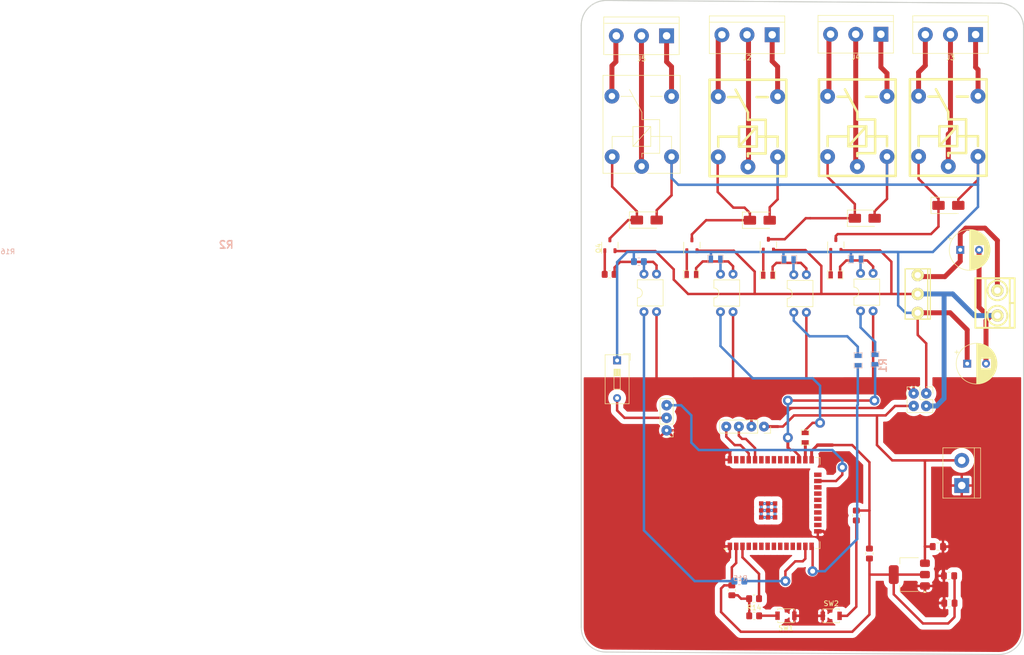
<source format=kicad_pcb>
(kicad_pcb (version 20240108) (generator "pcbnew") (generator_version "8.0")
  (layers (0 "F.Cu" signal) (31 "B.Cu" signal) (34 "B.Paste" user) (35 "F.Paste" user) (36 "B.SilkS" user "B.Silkscreen") (37 "F.SilkS" user "F.Silkscreen") (38 "B.Mask" user) (39 "F.Mask" user) (44 "Edge.Cuts" user))
  (net 0 "")
  (net 1 "Net-(D1-A)")
  (net 2 "Net-(D2-A)")
  (net 3 "Net-(D3-A)")
  (net 4 "Net-(R1-Pad2)")
  (net 5 "Net-(R2-Pad1)")
  (net 6 "Net-(R3-Pad1)")
  (net 7 "Net-(R4-Pad2)")
  (net 8 "Net-(R6-Pad1)")
  (net 9 "Net-(R5-Pad1)")
  (net 10 "Net-(R9-Pad1)")
  (net 11 "Net-(R8-Pad1)")
  (net 12 "Net-(R7-Pad2)")
  (net 13 "/R3")
  (net 14 "/R2")
  (net 15 "/R1")
  (net 16 "/NO1")
  (net 17 "Net-(Q1-B)")
  (net 18 "Net-(Q2-B)")
  (net 19 "Net-(Q3-B)")
  (net 20 "/NC1")
  (net 21 "/C1")
  (net 22 "/NC2")
  (net 23 "/NO2")
  (net 24 "/C2")
  (net 25 "/NC3")
  (net 26 "/C3")
  (net 27 "/NO3")
  (net 28 "/5V")
  (net 29 "/VIN")
  (net 30 "/3.3V")
  (net 31 "/RX")
  (net 32 "/TX")
  (net 33 "/SWITCH")
  (net 34 "Net-(R13-Pad2)")
  (net 35 "/FLASH")
  (net 38 "/EN")
  (net 43 "GND")
  (net 45 "Net-(D4-A)")
  (net 48 "/R4")
  (net 50 "/s")
  (net 64 "Net-(R14-Pad2)")
  (net 65 "/GNDE")
  (net 66 "/5VES")
  (net 69 "Net-(R15-Pad2)")
  (net 70 "Net-(R16-Pad1)")
  (net 71 "Net-(R17-Pad1)")
  (net 72 "Net-(Q4-B)")
  (net 73 "/NO4")
  (net 74 "/NC4")
  (net 75 "/C4")
  (net 76 "Net-(J7-Pin_2)")
  (footprint "Resistor_SMD:R_0805_2012Metric_Pad1.20x1.40mm_HandSolder" (layer "F.Cu") (at 89.3292 131.2362 -90)
    (property "Reference" "R13" (hide yes))
    (property "Value" "470" (hide yes))
  )
  (footprint "TerminalBlock:TerminalBlock_bornier-3_P5.08mm" (layer "F.Cu") (at 51 34.25 180)
    (property "Reference" "J5")
    (property "Value" "Screw_Terminal_01x03")
  )
  (footprint "EESTN5:R_0805" (layer "F.Cu") (at 56.01 82.51 180)
    (property "Reference" "R9" (hide yes))
    (property "Value" "R" (hide yes))
  )
  (footprint "Package_DIP:DIP-4_W7.62mm" (layer "F.Cu") (at 46.425 90.04 90)
    (property "Reference" "U6" (hide yes))
    (property "Value" "PC817" (hide yes))
  )
  (footprint "Package_DIP:DIP-4_W7.62mm" (layer "F.Cu") (at 90.185 89.89 90)
    (property "Reference" "U1" (hide yes))
    (property "Value" "PC817" (hide yes))
  )
  (footprint "RF_Module:ESP32-WROOM-32E" (layer "F.Cu") (at 69.0492 128.7162 90)
    (property "Reference" "U4" (hide yes))
    (property "Value" "ESP32-WROOM-32E__4MB_" (hide yes))
  )
  (footprint "TerminalBlock:TerminalBlock_bornier-3_P5.08mm" (layer "F.Cu") (at 94.2892 33.9362 180)
    (property "Reference" "J4")
    (property "Value" "Screw_Terminal_01x03")
  )
  (footprint "EESTN5:R_0805" (layer "F.Cu") (at 79 115.5 90)
    (property "Reference" "R7" (hide yes))
    (property "Value" "1k" (hide yes))
  )
  (footprint "TerminalBlock:TerminalBlock_bornier-2_P5.08mm" (layer "F.Cu") (at 110.6292 125.1762 90)
    (property "Reference" "bornera2" (hide yes))
    (property "Value" "bornera" (hide yes))
  )
  (footprint "Capacitor_THT:CP_Radial_D8.0mm_P3.80mm" (layer "F.Cu") (at 111.7292 100.5362)
    (property "Reference" "C6" (hide yes))
    (property "Value" "100uf" (hide yes))
  )
  (footprint "Capacitor_THT:CP_Radial_D8.0mm_P3.80mm" (layer "F.Cu") (at 110.326549 77.5362)
    (property "Reference" "C5" (hide yes))
    (property "Value" "100uf" (hide yes))
  )
  (footprint "EESTN5:BORNERA2_AZUL" (layer "F.Cu") (at 117.8292 88.2762 90)
    (property "Reference" "bornera1" (hide yes))
    (property "Value" "bornera" (hide yes))
  )
  (footprint "Button_Switch_THT:SW_DIP_SPSTx01_Slide_9.78x4.72mm_W7.62mm_P2.54mm" (layer "F.Cu") (at 41 99.88 -90)
    (property "Reference" "SW3" (hide yes))
    (property "Value" "SW_SPST")
  )
  (footprint "Diode_SMD:D_SMA" (layer "F.Cu") (at 91.0292 71.1362)
    (property "Reference" "D2" (hide yes))
    (property "Value" "DIODE" (hide yes))
  )
  (footprint "Resistor_SMD:R_0805_2012Metric_Pad1.20x1.40mm_HandSolder" (layer "F.Cu") (at 91.9792 138.9262 90)
    (property "Reference" "R11" (hide yes))
    (property "Value" "10K" (hide yes))
  )
  (footprint "Diode_SMD:D_SMA" (layer "F.Cu") (at 107.9292 68.5362)
    (property "Reference" "D1" (hide yes))
    (property "Value" "DIODE" (hide yes))
  )
  (footprint "Button_Switch_SMD:SW_SPST_B3U-1000P-B" (layer "F.Cu") (at 84.2492 151.5262)
    (property "Reference" "SW2")
    (property "Value" "SW_Push")
  )
  (footprint "MMBT3904-Diotec-Semiconductor-Symbol-Kicad-1:P200_SOT-23" (layer "F.Cu") (at 70.53 77.58 90)
    (property "Reference" "Q2" (hide yes))
    (property "Value" "2N3904" (hide yes))
  )
  (footprint "MMBT3904-Diotec-Semiconductor-Symbol-Kicad-1:P200_SOT-23" (layer "F.Cu") (at 38.51 77.7 90)
    (property "Reference" "Q4")
    (property "Value" "2N3904" (hide yes))
  )
  (footprint "EESTN5:Relay_C" (layer "F.Cu") (at 107.9092 52.5462 180)
    (property "Reference" "K1" (hide yes))
    (property "Value" "RELAY_C" (hide yes))
  )
  (footprint "Resistor_SMD:R_0805_2012Metric_Pad1.20x1.40mm_HandSolder" (layer "F.Cu") (at 39.49 82.48 180)
    (property "Reference" "R17" (hide yes))
    (property "Value" "R" (hide yes))
  )
  (footprint "Capacitor_SMD:C_0805_2012Metric_Pad1.18x1.45mm_HandSolder" (layer "F.Cu") (at 105.7992 137.5262)
    (property "Reference" "C2" (hide yes))
    (property "Value" "10 uF" (hide yes))
  )
  (footprint "Package_DIP:DIP-4_W7.62mm" (layer "F.Cu") (at 61.885 90.06 90)
    (property "Reference" "U3" (hide yes))
    (property "Value" "PC817" (hide yes))
  )
  (footprint "MMBT3904-Diotec-Semiconductor-Symbol-Kicad-1:P200_SOT-23" (layer "F.Cu") (at 84.16 77.64 90)
    (property "Reference" "Q3" (hide yes))
    (property "Value" "2N3904" (hide yes))
  )
  (footprint "Relay_THT:Relay_SPDT_SANYOU_SRD_Series_Form_C" (layer "F.Cu") (at 45.95 60.65 90)
    (property "Reference" "K4" (hide yes))
    (property "Value" "RELAY_C")
  )
  (footprint "Diode_SMD:D_SMA" (layer "F.Cu") (at 47 71.5)
    (property "Reference" "D4" (hide yes))
    (property "Value" "DIODE" (hide yes))
  )
  (footprint "EESTN5:Relay_C" (layer "F.Cu") (at 67.4292 52.6362 180)
    (property "Reference" "K3" (hide yes))
    (property "Value" "RELAY_C" (hide yes))
  )
  (footprint "TerminalBlock:TerminalBlock_bornier-3_P5.08mm" (layer "F.Cu") (at 72.3292 34.0362 180)
    (property "Reference" "J2")
    (property "Value" "Screw_Terminal_01x03")
  )
  (footprint "MMBT3904-Diotec-Semiconductor-Symbol-Kicad-1:P200_SOT-23" (layer "F.Cu") (at 55.08 77.71 90)
    (property "Reference" "Q1" (hide yes))
    (property "Value" "2N3904" (hide yes))
  )
  (footprint "Capacitor_SMD:C_0805_2012Metric_Pad1.18x1.45mm_HandSolder" (layer "F.Cu") (at 108.1392 148.9637)
    (property "Reference" "C3" (hide yes))
    (property "Value" "100 nF")
  )
  (footprint "Resistor_SMD:R_0805_2012Metric_Pad1.20x1.40mm_HandSolder" (layer "F.Cu") (at 68.6892 151.5262)
    (property "Reference" "R14")
    (property "Value" "470")
  )
  (footprint "EESTN5:TO-220-2" (layer "F.Cu") (at 101.7292 86.4462 -90)
    (property "Reference" "5v1" (hide yes))
    (property "Value" "LM7805_TO220" (hide yes))
  )
  (footprint "Connector_PinHeader_2.54mm:PinHeader_2x02_P2.54mm_Vertical" (layer "F.Cu") (at 103.4542 106.553 -90)
    (property "Reference" "J1" (hide yes))
    (property "Value" "Conn_02x02_Counter_Clockwise" (hide yes))
  )
  (footprint "Resistor_SMD:R_0805_2012Metric_Pad1.20x1.40mm_HandSolder" (layer "F.Cu") (at 68.6692 148.0562)
    (property "Reference" "R12" (hide yes))
    (property "Value" "10K")
  )
  (footprint "EESTN5:R_0805" (layer "F.Cu") (at 85.1 82.6 180)
    (property "Reference" "R3" (hide yes))
    (property "Value" "R" (hide yes))
  )
  (footprint "EESTN5:R_0805" (layer "F.Cu") (at 71.47 82.66 180)
    (property "Reference" "R6" (hide yes))
    (property "Value" "R" (hide yes))
  )
  (footprint "Button_Switch_SMD:SW_SPST_B3U-1000P-B" (layer "F.Cu") (at 75.1092 151.4962 180)
    (property "Reference" "SW1")
    (property "Value" "SW_Push")
  )
  (footprint "Capacitor_SMD:C_0805_2012Metric_Pad1.18x1.45mm_HandSolder" (layer "F.Cu") (at 108.0667 143.4337 180)
    (property "Reference" "C4" (hide yes))
    (property "Value" "10 uF" (hide yes))
  )
  (footprint "Connector_PinSocket_2.54mm:PinSocket_1x04_P2.54mm_Vertical" (layer "F.Cu") (at 70.6792 113.2562 -90)
    (property "Reference" "J6" (hide yes))
    (property "Value" "Conn_01x04_Pin" (hide yes))
  )
  (footprint "Diode_SMD:D_SMA" (layer "F.Cu") (at 69.8292 71.5362)
    (property "Reference" "D3" (hide yes))
    (property "Value" "DIODE" (hide yes))
  )
  (footprint "Package_DIP:DIP-4_W7.62mm" (layer "F.Cu") (at 76.695 90.17 90)
    (property "Reference" "U2" (hide yes))
    (property "Value" "PC817" (hide yes))
  )
  (footprint "Package_TO_SOT_SMD:SOT-223-3_TabPin2" (layer "F.Cu") (at 100.0392 143.1862 180)
    (property "Reference" "U5" (hide yes))
    (property "Value" "NCP1117-1.5_SOT223" (hide yes))
  )
  (footprint "EESTN5:Relay_C" (layer "F.Cu") (at 89.5292 52.5762 180)
    (property "Reference" "K2" (hide yes))
    (property "Value" "RELAY_C" (hide yes))
  )
  (footprint "Connector_PinHeader_2.54mm:PinHeader_1x03_P2.54mm_Vertical" (layer "F.Cu") (at 51 114.025 180)
    (property "Reference" "J7" (hide yes))
    (property "Value" "Screw_Terminal_01x03" (hide yes))
  )
  (footprint "Resistor_SMD:R_0805_2012Metric_Pad1.20x1.40mm_HandSolder" (layer "F.Cu") (at 64.1792 146.3662 -90)
    (property "Reference" "R10" (hide yes))
    (property "Value" "10K" (hide yes))
  )
  (footprint "TerminalBlock:TerminalBlock_bornier-3_P5.08mm" (layer "F.Cu") (at 113.4292 34.0062 180)
    (property "Reference" "J3")
    (property "Value" "Screw_Terminal_01x03")
  )
  (footprint "EESTN5:R_0805" (layer "B.Cu") (at 93.1 99.7 90)
    (property "Reference" "R1")
    (property "Value" "R" (hide yes))
  )
  (footprint "Resistor_SMD:R_0805_2012Metric_Pad1.20x1.40mm_HandSolder" (layer "B.Cu") (at 45.4 79.9 180)
    (property "Reference" "R16")
    (property "Value" "R")
  )
  (footprint "EESTN5:R_0805" (layer "B.Cu") (at 75.7 79.5)
    (property "Reference" "R5" (hide yes))
    (property "Value" "R" (hide yes))
  )
  (footprint "EESTN5:R_0805" (layer "B.Cu") (at 60.9 79.4 180)
    (property "Reference" "R8" (hide yes))
    (property "Value" "R" (hide yes))
  )
  (footprint "EESTN5:R_0805" (layer "B.Cu") (at 89.7 99.9 90)
    (property "Reference" "R4" (hide yes))
    (property "Value" "R" (hide yes))
  )
  (footprint "EESTN5:R_0805" (layer "B.Cu") (at 89.3 79.4 180)
    (property "Reference" "R2")
    (property "Value" "R" (hide yes))
  )
  (footprint "Resistor_SMD:R_0805_2012Metric_Pad1.20x1.40mm_HandSolder" (layer "B.Cu") (at 65.7 144.5 180)
    (property "Reference" "R15")
    (property "Value" "R")
  )
  (gr_line (start 33.75 153.85) (end 33.75 32.15) (stroke (width 0.2)) (layer "Edge.Cuts"))
  (gr_line (start 123.1292 154.3362) (end 123.1292 32.6362) (stroke (width 0.2)) (layer "Edge.Cuts"))
  (gr_arc (start 33.76 32.11) (mid 35.224465 28.574465) (end 38.76 27.11) (stroke (width 0.2)) (layer "Edge.Cuts"))
  (gr_line (start 33.75 32.15) (end 33.75 153.85) (stroke (width 0.2)) (layer "Edge.Cuts"))
  (gr_line (start 38.76 27.11) (end 118.1292 27.6362) (stroke (width 0.2)) (layer "Edge.Cuts"))
  (gr_line (start 123.1292 32.6362) (end 123.1292 154.3362) (stroke (width 0.2)) (layer "Edge.Cuts"))
  (gr_arc (start 123.1292 154.3362) (mid 121.664734 157.871734) (end 118.1292 159.3362) (stroke (width 0.2)) (layer "Edge.Cuts"))
  (gr_arc (start 118.1292 27.6362) (mid 121.664734 29.100666) (end 123.1292 32.6362) (stroke (width 0.2)) (layer "Edge.Cuts"))
  (gr_line (start 118.1292 159.3362) (end 38.75 158.85) (stroke (width 0.2)) (layer "Edge.Cuts"))
  (gr_line (start 118.1292 27.6362) (end 38.76 27.11) (stroke (width 0.2)) (layer "Edge.Cuts"))
  (gr_arc (start 38.75 158.85) (mid 35.214466 157.385534) (end 33.75 153.85) (stroke (width 0.2)) (layer "Edge.Cuts"))
  (gr_arc (start 33.76 32.11) (mid 35.224466 28.574466) (end 38.76 27.11) (stroke (width 0.2)) (layer "Edge.Cuts"))
  (gr_arc (start 118.1292 27.6362) (mid 121.664734 29.100666) (end 123.1292 32.6362) (stroke (width 0.2)) (layer "Edge.Cuts"))
  (segment (start 104.41 74.34) (end 105.9292 72.8208) (width 0.5) (layer "F.Cu") (net 1))
  (segment (start 105.9292 67.1792) (end 105.9292 68.5362) (width 0.5) (layer "F.Cu") (net 1))
  (segment (start 85.57 74.34) (end 104.41 74.34) (width 0.5) (layer "F.Cu") (net 1))
  (segment (start 85.19 75.44) (end 85.19 74.72) (width 0.5) (layer "F.Cu") (net 1))
  (segment (start 105.9292 72.8208) (end 105.9292 68.5362) (width 0.5) (layer "F.Cu") (net 1))
  (segment (start 101.9092 63.1592) (end 105.9292 67.1792) (width 0.5) (layer "F.Cu") (net 1))
  (segment (start 85.19 74.72) (end 85.57 74.34) (width 0.5) (layer "F.Cu") (net 1))
  (segment (start 101.9092 58.6462) (end 101.9092 63.1592) (width 0.5) (layer "F.Cu") (net 1))
  (segment (start 74.87 75.38) (end 79.1138 71.1362) (width 0.5) (layer "F.Cu") (net 2))
  (segment (start 89.0292 68.2792) (end 83.5292 62.7792) (width 0.5) (layer "F.Cu") (net 2))
  (segment (start 80.04 71.1362) (end 89.0292 71.1362) (width 0.5) (layer "F.Cu") (net 2))
  (segment (start 71.56 75.38) (end 74.87 75.38) (width 0.5) (layer "F.Cu") (net 2))
  (segment (start 83.5292 62.7792) (end 83.5292 58.6762) (width 0.5) (layer "F.Cu") (net 2))
  (segment (start 89.0292 71.1362) (end 89.0292 68.2792) (width 0.5) (layer "F.Cu") (net 2))
  (segment (start 79.1138 71.1362) (end 80.04 71.1362) (width 0.5) (layer "F.Cu") (net 2))
  (segment (start 66.75 69) (end 67.8292 70.0792) (width 0.5) (layer "F.Cu") (net 3))
  (segment (start 67.8292 70.0792) (end 67.8292 71.5362) (width 0.5) (layer "F.Cu") (net 3))
  (segment (start 61.3192 58.8462) (end 61.4292 58.7362) (width 1) (layer "F.Cu") (net 3))
  (segment (start 56.11 74.41) (end 58.9838 71.5362) (width 0.5) (layer "F.Cu") (net 3))
  (segment (start 58.9838 71.5362) (end 67.8292 71.5362) (width 0.5) (layer "F.Cu") (net 3))
  (segment (start 61.3192 65.8192) (end 64.5 69) (width 0.5) (layer "F.Cu") (net 3))
  (segment (start 56.11 75.51) (end 56.11 74.41) (width 0.5) (layer "F.Cu") (net 3))
  (segment (start 61.3192 58.8462) (end 61.3192 65.8192) (width 0.5) (layer "F.Cu") (net 3))
  (segment (start 64.5 69) (end 66.75 69) (width 0.5) (layer "F.Cu") (net 3))
  (segment (start 93.1292 96.1592) (end 93.1292 98.5362) (width 0.5) (layer "B.Cu") (net 4))
  (segment (start 90.185 93.215) (end 93.1292 96.1592) (width 0.5) (layer "B.Cu") (net 4))
  (segment (start 90.185 89.89) (end 90.185 93.215) (width 0.5) (layer "B.Cu") (net 4))
  (segment (start 90.185 82.27) (end 90.185 79.50075) (width 0.5) (layer "B.Cu") (net 5))
  (segment (start 92.725 82.27) (end 92.725 80.895) (width 0.5) (layer "F.Cu") (net 6))
  (segment (start 91.5 79.67) (end 87.31 79.67) (width 0.5) (layer "F.Cu") (net 6))
  (segment (start 92.725 80.895) (end 91.5 79.67) (width 0.5) (layer "F.Cu") (net 6))
  (segment (start 87.31 79.67) (end 86.0525 80.9275) (width 0.5) (layer "F.Cu") (net 6))
  (segment (start 86.0525 80.9275) (end 86.0525 82.6) (width 0.5) (layer "F.Cu") (net 6))
  (segment (start 76.695 91.845) (end 76.695 90.17) (width 0.5) (layer "B.Cu") (net 7))
  (segment (start 79.85 95) (end 76.695 91.845) (width 0.5) (layer "B.Cu") (net 7))
  (segment (start 89.6292 98.9362) (end 89.6292 97.1292) (width 0.5) (layer "B.Cu") (net 7))
  (segment (start 87.5 95) (end 79.85 95) (width 0.5) (layer "B.Cu") (net 7))
  (segment (start 89.6292 97.1292) (end 87.5 95) (width 0.5) (layer "B.Cu") (net 7))
  (segment (start 78.12 80.16) (end 73.19 80.16) (width 0.5) (layer "F.Cu") (net 8))
  (segment (start 72.4225 80.9275) (end 72.4225 82.66) (width 0.5) (layer "F.Cu") (net 8))
  (segment (start 73.19 80.16) (end 72.4225 80.9275) (width 0.5) (layer "F.Cu") (net 8))
  (segment (start 79.235 82.55) (end 79.235 81.275) (width 0.5) (layer "F.Cu") (net 8))
  (segment (start 79.235 81.275) (end 78.12 80.16) (width 0.5) (layer "F.Cu") (net 8))
  (segment (start 76.6325 82.4938) (end 76.6325 79.8175) (width 0.5) (layer "B.Cu") (net 9))
  (segment (start 58.3 79.87) (end 56.9625 81.2075) (width 0.5) (layer "F.Cu") (net 10))
  (segment (start 64.425 80.845) (end 63.45 79.87) (width 0.5) (layer "F.Cu") (net 10))
  (segment (start 56.9625 81.2075) (end 56.9625 82.51) (width 0.5) (layer "F.Cu") (net 10))
  (segment (start 61.885 79.61075) (end 61.86425 79.59) (width 0.5) (layer "F.Cu") (net 10))
  (segment (start 63.45 79.87) (end 58.3 79.87) (width 0.5) (layer "F.Cu") (net 10))
  (segment (start 64.425 82.44) (end 64.425 80.845) (width 0.5) (layer "F.Cu") (net 10))
  (segment (start 61.885 82.44) (end 61.885 79.61075) (width 0.5) (layer "B.Cu") (net 11))
  (segment (start 79 114) (end 79 114.5475) (width 0.5) (layer "F.Cu") (net 12))
  (segment (start 82 112.5) (end 80.5 112.5) (width 0.5) (layer "F.Cu") (net 12))
  (segment (start 80.5 112.5) (end 79 114) (width 0.5) (layer "F.Cu") (net 12))
  (via (at 82 112.5) (size 2) (drill 1) (layers "F.Cu" "B.Cu") (net 12))
  (segment (start 82 105) (end 80.5 103.5) (width 0.5) (layer "B.Cu") (net 12))
  (segment (start 80.5 103.5) (end 68.4 103.5) (width 0.5) (layer "B.Cu") (net 12))
  (segment (start 82 112.5) (end 82 105) (width 0.5) (layer "B.Cu") (net 12))
  (segment (start 61.885 96.985) (end 61.885 90.06) (width 0.5) (layer "B.Cu") (net 12))
  (segment (start 68.4 103.5) (end 61.885 96.985) (width 0.5) (layer "B.Cu") (net 12))
  (segment (start 80.5 137.667) (end 80.5 142.0984) (width 0.5) (layer "F.Cu") (net 13))
  (segment (start 80.2992 137.4662) (end 80.5 137.667) (width 0.5) (layer "F.Cu") (net 13))
  (segment (start 80.5 142.0984) (end 80.2992 142.2992) (width 0.5) (layer "F.Cu") (net 13))
  (segment (start 80.2992 142.2992) (end 80.5 142.5) (width 0.2) (layer "F.Cu") (net 13))
  (via (at 80.5 142.5) (size 2) (drill 1) (layers "F.Cu" "B.Cu") (net 13))
  (segment (start 83 142.5) (end 89.5 136) (width 0.5) (layer "B.Cu") (net 13))
  (segment (start 89.6292 108.8708) (end 89.6292 100.8412) (width 0.5) (layer "B.Cu") (net 13))
  (segment (start 89.5 109) (end 89.6292 108.8708) (width 0.5) (layer "B.Cu") (net 13))
  (segment (start 80.5 142.5) (end 83 142.5) (width 0.5) (layer "B.Cu") (net 13))
  (segment (start 89.5 136) (end 89.5 109) (width 0.5) (layer "B.Cu") (net 13))
  (segment (start 75.5 115.5) (end 75.5 117.5) (width 0.6) (layer "F.Cu") (net 14))
  (segment (start 75.5 117.5) (end 76 118) (width 0.6) (layer "F.Cu") (net 14))
  (segment (start 76 118) (end 76.623 118) (width 0.5) (layer "F.Cu") (net 14))
  (segment (start 77.7592 119.1362) (end 77.7592 119.9662) (width 0.5) (layer "F.Cu") (net 14))
  (segment (start 93 108) (end 75.5 108) (width 0.5) (layer "F.Cu") (net 14))
  (segment (start 76.623 118) (end 77.7592 119.1362) (width 0.5) (layer "F.Cu") (net 14))
  (via (at 75.5 108) (size 2) (drill 1) (layers "F.Cu" "B.Cu") (net 14))
  (via (at 75.5 115.5) (size 2) (drill 1) (layers "F.Cu" "B.Cu") (net 14))
  (via (at 93 108) (size 2) (drill 1) (layers "F.Cu" "B.Cu") (net 14))
  (segment (start 93.1292 100.9525) (end 93.1292 108.3708) (width 0.5) (layer "B.Cu") (net 14))
  (segment (start 75.5 108) (end 75.5 115.5) (width 0.5) (layer "B.Cu") (net 14))
  (segment (start 79.0292 119.9662) (end 79.0292 116.4817) (width 0.6) (layer "F.Cu") (net 15))
  (segment (start 79.0292 116.4817) (end 79 116.4525) (width 0.2) (layer "F.Cu") (net 15))
  (segment (start 73.4292 40.4862) (end 73.4292 46.5362) (width 1) (layer "F.Cu") (net 16))
  (segment (start 72.3292 39.3862) (end 73.4292 40.4862) (width 1) (layer "F.Cu") (net 16))
  (segment (start 72.3292 34.0362) (end 72.3292 39.3862) (width 1) (layer "F.Cu") (net 16))
  (segment (start 55.08 77.71) (end 55.08 82.4875) (width 0.5) (layer "F.Cu") (net 17))
  (segment (start 55.08 82.4875) (end 55.0575 82.51) (width 0.5) (layer "F.Cu") (net 17))
  (segment (start 70.53 82.6475) (end 70.5175 82.66) (width 0.5) (layer "F.Cu") (net 18))
  (segment (start 70.53 77.58) (end 70.53 82.6475) (width 0.5) (layer "F.Cu") (net 18))
  (segment (start 84.16 77.64) (end 84.16 82.5875) (width 0.5) (layer "F.Cu") (net 19))
  (segment (start 84.16 82.5875) (end 84.1475 82.6) (width 0.5) (layer "F.Cu") (net 19))
  (segment (start 61.4292 34.7762) (end 62.1692 34.0362) (width 1) (layer "F.Cu") (net 20))
  (segment (start 61.4292 46.5362) (end 61.4292 34.7762) (width 1) (layer "F.Cu") (net 20))
  (segment (start 61.4292 34.7762) (end 62.1692 34.0362) (width 1) (layer "B.Cu") (net 20))
  (segment (start 67.2492 60.5562) (end 67.4292 60.7362) (width 1) (layer "F.Cu") (net 21))
  (segment (start 67.5492 34.3362) (end 67.5492 60.6162) (width 1) (layer "F.Cu") (net 21))
  (segment (start 67.2492 34.0362) (end 67.5492 34.3362) (width 1) (layer "F.Cu") (net 21))
  (segment (start 67.5492 60.6162) (end 67.4292 60.7362) (width 1) (layer "F.Cu") (net 21))
  (segment (start 67.2492 34.0362) (end 67.5492 34.3362) (width 1) (layer "B.Cu") (net 21))
  (segment (start 103.2692 40.2662) (end 101.9092 41.6262) (width 1) (layer "F.Cu") (net 22))
  (segment (start 101.9092 41.6262) (end 101.9092 46.4462) (width 1) (layer "F.Cu") (net 22))
  (segment (start 103.2692 34.0062) (end 103.2692 40.2662) (width 1) (layer "F.Cu") (net 22))
  (segment (start 113.4292 34.0062) (end 113.4292 40.6062) (width 1) (layer "F.Cu") (net 23))
  (segment (start 113.9292 46.4262) (end 113.9092 46.4462) (width 1) (layer "F.Cu") (net 23))
  (segment (start 113.9292 41.1062) (end 113.9292 46.4262) (width 1) (layer "F.Cu") (net 23))
  (segment (start 113.4292 40.6062) (end 113.9292 41.1062) (width 1) (layer "F.Cu") (net 23))
  (segment (start 108.3492 53.6862) (end 107.9092 54.1262) (width 1) (layer "F.Cu") (net 24))
  (segment (start 107.9092 54.1262) (end 107.9092 60.6462) (width 1) (layer "F.Cu") (net 24))
  (segment (start 108.3492 60.2062) (end 107.9092 60.6462) (width 1) (layer "F.Cu") (net 24))
  (segment (start 108.3492 34.0062) (end 108.3492 53.6862) (width 1) (layer "F.Cu") (net 24))
  (segment (start 84.1292 33.9362) (end 83.7992 34.2662) (width 1) (layer "F.Cu") (net 25))
  (segment (start 83.7992 34.2662) (end 83.7992 46.2062) (width 1) (layer "F.Cu") (net 25))
  (segment (start 83.7992 46.2062) (end 83.5292 46.4762) (width 1) (layer "F.Cu") (net 25))
  (segment (start 84.1292 33.9362) (end 83.7992 34.2662) (width 1) (layer "B.Cu") (net 25))
  (segment (start 89.2092 60.3562) (end 89.5292 60.6762) (width 1) (layer "F.Cu") (net 26))
  (segment (start 89.2092 33.9362) (end 89.2092 60.3562) (width 1) (layer "F.Cu") (net 26))
  (segment (start 94.2892 33.9362) (end 94.2892 40.5962) (width 1) (layer "F.Cu") (net 27))
  (segment (start 95.5292 41.8362) (end 95.5292 46.4762) (width 1) (layer "F.Cu") (net 27))
  (segment (start 94.2892 40.5962) (end 95.5292 41.8362) (width 1) (layer "F.Cu") (net 27))
  (segment (start 108.2902 90.2562) (end 111.7292 93.6952) (width 1) (layer "F.Cu") (net 28))
  (segment (start 103.4542 97.75) (end 103.4542 96.4542) (width 0.5) (layer "F.Cu") (net 28))
  (segment (start 109.9292 68.5362) (end 109.9292 67.3208) (width 0.5) (layer "F.Cu") (net 28))
  (segment (start 52 58.7) (end 52 66.5) (width 0.5) (layer "F.Cu") (net 28))
  (segment (start 73.4292 67.3208) (end 73.4292 58.7362) (width 0.5) (layer "F.Cu") (net 28))
  (segment (start 111.7292 93.6952) (end 111.7292 100.5362) (width 1) (layer "F.Cu") (net 28))
  (segment (start 101.75 94.5) (end 101.7292 94.4792) (width 0.5) (layer "F.Cu") (net 28))
  (segment (start 93.0292 71.1362) (end 93.0292 69.7208) (width 0.5) (layer "F.Cu") (net 28))
  (segment (start 103.4542 106.553) (end 103.4542 97.75) (width 0.5) (layer "F.Cu") (net 28))
  (segment (start 93.0292 69.7208) (end 95.5292 67.2208) (width 0.5) (layer "F.Cu") (net 28))
  (segment (start 95.4292 58.7762) (end 95.5292 58.6762) (width 0.2) (layer "F.Cu") (net 28))
  (segment (start 101.7292 90.2562) (end 108.2902 90.2562) (width 1) (layer "F.Cu") (net 28))
  (segment (start 101.7292 94.4792) (end 101.7292 90.2562) (width 0.5) (layer "F.Cu") (net 28))
  (segment (start 73.48 58.787) (end 73.4292 58.7362) (width 0.5) (layer "F.Cu") (net 28))
  (segment (start 109.9292 68.5362) (end 110.7992 67.6662) (width 0.2) (layer "F.Cu") (net 28))
  (segment (start 95.5292 67.2208) (end 95.5292 58.6762) (width 0.5) (layer "F.Cu") (net 28))
  (segment (start 109.9292 67.3208) (end 113.9092 63.3408) (width 0.5) (layer "F.Cu") (net 28))
  (segment (start 95.5292 64.2808) (end 95.46 64.35) (width 0.5) (layer "F.Cu") (net 28))
  (segment (start 113.8392 64.35) (end 113.9092 64.42) (width 0.5) (layer "F.Cu") (net 28))
  (segment (start 71.8292 68.9208) (end 73.4292 67.3208) (width 0.5) (layer "F.Cu") (net 28))
  (segment (start 101.75 94.75) (end 101.75 94.5) (width 0.5) (layer "F.Cu") (net 28))
  (segment (start 71.8292 71.5362) (end 71.8292 68.9208) (width 0.5) (layer "F.Cu") (net 28))
  (segment (start 103.4542 96.4542) (end 101.75 94.75) (width 0.5) (layer "F.Cu") (net 28))
  (segment (start 49 69.5) (end 49 71.5) (width 0.5) (layer "F.Cu") (net 28))
  (segment (start 52 66.5) (end 49 69.5) (width 0.5) (layer "F.Cu") (net 28))
  (segment (start 113.9092 63.3408) (end 113.9092 58.6462) (width 0.5) (layer "F.Cu") (net 28))
  (segment (start 53.36 64.37) (end 52 63.01) (width 0.5) (layer "B.Cu") (net 28))
  (segment (start 113.9092 58.6462) (end 113.9092 64.42) (width 0.5) (layer "B.Cu") (net 28))
  (segment (start 59.95925 79.59) (end 59.95925 77.97075) (width 0.5) (layer "B.Cu") (net 28))
  (segment (start 41 80) (end 43.05 77.95) (width 0.5) (layer "B.Cu") (net 28))
  (segment (start 97.78 88.77) (end 97.78 77.96) (width 0.5) (layer "B.Cu") (net 28))
  (segment (start 52 63.01) (end 52 58.7) (width 0.5) (layer "B.Cu") (net 28))
  (segment (start 104.79 77.96) (end 95.19 77.96) (width 0.5) (layer "B.Cu") (net 28))
  (segment (start 91.09 77.96) (end 77.4 77.96) (width 0.5) (layer "B.Cu") (net 28))
  (segment (start 95.5292 58.6762) (end 95.5292 64.2808) (width 0.5) (layer "B.Cu") (net 28))
  (segment (start 41 99.88) (end 41 80) (width 0.5) (layer "B.Cu") (net 28))
  (segment (start 63.05 77.95) (end 45.16 77.95) (width 0.5) (layer "B.Cu") (net 28))
  (segment (start 95.46 64.35) (end 113.8392 64.35) (width 0.5) (layer "B.Cu") (net 28))
  (segment (start 113.9092 64.42) (end 113.9092 68.8408) (width 0.5) (layer "B.Cu") (net 28))
  (segment (start 74 64.35) (end 95.46 64.35) (width 0.5) (layer "B.Cu") (net 28))
  (segment (start 77.4 77.96) (end 62.8 77.96) (width 0.5) (layer "B.Cu") (net 28))
  (segment (start 97.78 77.96) (end 91.09 77.96) (width 0.5) (layer "B.Cu") (net 28))
  (segment (start 88.23925 79.46) (end 88.23925 77.9625) (width 0.5) (layer "B.Cu") (net 28))
  (segment (start 73.98 64.37) (end 53.36 64.37) (width 0.5) (layer "B.Cu") (net 28))
  (segment (start 74.61 79.7) (end 74.61 78.1475) (width 0.5) (layer "B.Cu") (net 28))
  (segment (start 113.9092 68.8408) (end 104.79 77.96) (width 0.5) (layer "B.Cu") (net 28))
  (segment (start 101.7292 90.2562) (end 99.2662 90.2562) (width 0.5) (layer "B.Cu") (net 28))
  (segment (start 99.2662 90.2562) (end 97.78 88.77) (width 0.5) (layer "B.Cu") (net 28))
  (segment (start 73.4292 58.7362) (end 73.4292 64.3308) (width 0.5) (layer "B.Cu") (net 28))
  (segment (start 44.38 78.07) (end 44.38 79.85) (width 0.5) (layer "B.Cu") (net 28))
  (segment (start 43.05 77.95) (end 45.16 77.95) (width 0.5) (layer "B.Cu") (net 28))
  (segment (start 110.326549 79.838851) (end 110.326549 76.7362) (width 1) (layer "F.Cu") (net 29))
  (segment (start 115.3292 73.1362) (end 111.4292 73.1362) (width 1) (layer "F.Cu") (net 29))
  (segment (start 110.326549 74.238851) (end 110.326549 76.7362) (width 1) (layer "F.Cu") (net 29))
  (segment (start 117.8292 75.6362) (end 115.3292 73.1362) (width 1) (layer "F.Cu") (net 29))
  (segment (start 107.2292 82.9362) (end 102.0292 82.9362) (width 1) (layer "F.Cu") (net 29))
  (segment (start 107.2292 82.9362) (end 110.326549 79.838851) (width 1) (layer "F.Cu") (net 29))
  (segment (start 111.4292 73.1362) (end 110.326549 74.238851) (width 1) (layer "F.Cu") (net 29))
  (segment (start 102.0292 82.9362) (end 101.7292 82.6362) (width 1) (layer "F.Cu") (net 29))
  (segment (start 117.8292 85.7362) (end 117.8292 75.6362) (width 1) (layer "F.Cu") (net 29))
  (segment (start 64.1792 141.7162) (end 64.1792 145.3662) (width 0.5) (layer "F.Cu") (net 30))
  (segment (start 107.8792 153.0637) (end 109.0992 151.8437) (width 0.5) (layer "F.Cu") (net 30))
  (segment (start 96.8892 147.1637) (end 102.7892 153.0637) (width 0.5) (layer "F.Cu") (net 30))
  (segment (start 64.1792 145.3662) (end 62.6338 145.3662) (width 0.5) (layer "F.Cu") (net 30))
  (segment (start 65.0592 137.4662) (end 65.0592 140.8362) (width 0.5) (layer "F.Cu") (net 30))
  (segment (start 62 150.75) (end 66 154.75) (width 0.5) (layer "F.Cu") (net 30))
  (segment (start 62 146) (end 62 150.75) (width 0.5) (layer "F.Cu") (net 30))
  (segment (start 96.8892 143.1862) (end 96.8892 147.1637) (width 0.5) (layer "F.Cu") (net 30))
  (segment (start 62.6338 145.3662) (end 62 146) (width 0.5) (layer "F.Cu") (net 30))
  (segment (start 109.1767 148.9637) (end 109.1767 143.5062) (width 0.5) (layer "F.Cu") (net 30))
  (segment (start 109.1767 143.5062) (end 109.1042 143.4337) (width 1) (layer "F.Cu") (net 30))
  (segment (start 96.8892 143.1862) (end 92.1792 143.1862) (width 0.5) (layer "F.Cu") (net 30))
  (segment (start 65.0592 140.8362) (end 64.1792 141.7162) (width 0.5) (layer "F.Cu") (net 30))
  (segment (start 109.1767 151.6962) (end 109.1767 148.9637) (width 0.5) (layer "F.Cu") (net 30))
  (segment (start 102.7892 153.0637) (end 107.8792 153.0637) (width 0.5) (layer "F.Cu") (net 30))
  (segment (start 66 154.75) (end 88.5 154.75) (width 0.5) (layer "F.Cu") (net 30))
  (segment (start 88.5 154.75) (end 91.9792 151.2708) (width 0.5) (layer "F.Cu") (net 30))
  (segment (start 103.1892 143.1862) (end 96.8892 143.1862) (width 0.5) (layer "F.Cu") (net 30))
  (segment (start 91.9792 151.2708) (end 91.9792 139.9262) (width 0.5) (layer "F.Cu") (net 30))
  (segment (start 68.8692 117.6192) (end 67 115.75) (width 0.5) (layer "F.Cu") (net 31))
  (segment (start 66.25 115.75) (end 65.5992 115.0992) (width 0.5) (layer "F.Cu") (net 31))
  (segment (start 68.8692 119.9662) (end 68.8692 117.6192) (width 0.5) (layer "F.Cu") (net 31))
  (segment (start 65.5992 115.0992) (end 65.5992 113.2562) (width 0.5) (layer "F.Cu") (net 31))
  (segment (start 67 115.75) (end 66.25 115.75) (width 0.5) (layer "F.Cu") (net 31))
  (segment (start 63.0592 115.3092) (end 64.7551 117.0051) (width 0.5) (layer "F.Cu") (net 32))
  (segment (start 64.7551 117.0051) (end 65.9257 117.0051) (width 0.5) (layer "F.Cu") (net 32))
  (segment (start 63.0592 113.2562) (end 63.0592 115.3092) (width 0.5) (layer "F.Cu") (net 32))
  (segment (start 67.5992 119.9662) (end 67.5992 118.6786) (width 0.5) (layer "F.Cu") (net 32))
  (segment (start 67.5992 118.6786) (end 65.9257 117.0051) (width 0.5) (layer "F.Cu") (net 32))
  (segment (start 64.1792 147.3662) (end 65.3662 147.3662) (width 0.5) (layer "F.Cu") (net 33))
  (segment (start 66.0562 148.0562) (end 67.6692 148.0562) (width 0.5) (layer "F.Cu") (net 33))
  (segment (start 65.3662 147.3662) (end 66.0562 148.0562) (width 0.5) (layer "F.Cu") (net 33))
  (segment (start 67.6892 151.5262) (end 67.6892 148.0762) (width 0.5) (layer "F.Cu") (net 33))
  (segment (start 67.6892 148.0762) (end 67.6692 148.0562) (width 0.5) (layer "F.Cu") (net 33))
  (segment (start 89.3292 149.6708) (end 87.4738 151.5262) (width 0.5) (layer "F.Cu") (net 34))
  (segment (start 87.4738 151.5262) (end 85.9492 151.5262) (width 0.5) (layer "F.Cu") (net 34))
  (segment (start 89.3292 132.2362) (end 89.3292 149.6708) (width 0.5) (layer "F.Cu") (net 34))
  (segment (start 91.9792 130.25) (end 91.9792 120.4792) (width 0.5) (layer "F.Cu") (net 35))
  (segment (start 80.2992 118.2008) (end 80.2992 119.9662) (width 0.6) (layer "F.Cu") (net 35))
  (segment (start 91.9654 130.2362) (end 91.9792 130.25) (width 0.5) (layer "F.Cu") (net 35))
  (segment (start 91.9792 137.9262) (end 91.9792 130.25) (width 0.5) (layer "F.Cu") (net 35))
  (segment (start 89.3292 130.2362) (end 91.9654 130.2362) (width 0.5) (layer "F.Cu") (net 35))
  (segment (start 91.9792 120.4792) (end 88.5 117) (width 0.5) (layer "F.Cu") (net 35))
  (segment (start 81.5 117) (end 84.5 117) (width 0.7) (layer "F.Cu") (net 35))
  (segment (start 81.5 117) (end 80.2992 118.2008) (width 0.6) (layer "F.Cu") (net 35))
  (segment (start 88.5 117) (end 84.5 117) (width 0.5) (layer "F.Cu") (net 35))
  (segment (start 66.3292 139.6962) (end 69.6692 143.0362) (width 0.5) (layer "F.Cu") (net 38))
  (segment (start 69.6692 143.0362) (end 69.6692 148.0562) (width 0.5) (layer "F.Cu") (net 38))
  (segment (start 66.3292 137.4662) (end 66.3292 139.6962) (width 0.5) (layer "F.Cu") (net 38))
  (segment (start 72.59 77.58) (end 79.06 77.58) (width 0.5) (layer "F.Cu") (net 43))
  (segment (start 79.06 77.58) (end 82.26 80.78) (width 0.5) (layer "F.Cu") (net 43))
  (segment (start 96.41 86.4462) (end 99.61 86.4462) (width 0.5) (layer "F.Cu") (net 43))
  (segment (start 114.126549 77.5362) (end 114.126549 89.126549) (width 1) (layer "F.Cu") (net 43))
  (segment (start 82.26 80.78) (end 82.26 86.4462) (width 0.5) (layer "F.Cu") (net 43))
  (segment (start 57.14 77.71) (end 64.58 77.71) (width 0.5) (layer "F.Cu") (net 43))
  (segment (start 115.5292 91.8362) (end 115.5292 100.5362) (width 1) (layer "F.Cu") (net 43))
  (segment (start 68.8 81.93) (end 68.8 86.4462) (width 0.5) (layer "F.Cu") (net 43))
  (segment (start 115.8162 90.8162) (end 117.8292 90.8162) (width 1) (layer "F.Cu") (net 43))
  (segment (start 96.41 79.94) (end 96.41 86.4462) (width 0.5) (layer "F.Cu") (net 43))
  (segment (start 99.61 86.4462) (end 101.7292 86.4462) (width 0.5) (layer "F.Cu") (net 43))
  (segment (start 86.22 77.64) (end 94.11 77.64) (width 0.5) (layer "F.Cu") (net 43))
  (segment (start 52.44 81.47) (end 48.75 77.78) (width 0.5) (layer "F.Cu") (net 43))
  (segment (start 55.3462 86.4462) (end 52.44 83.54) (width 0.5) (layer "F.Cu") (net 43))
  (segment (start 82.26 86.4462) (end 68.8 86.4462) (width 0.5) (layer "F.Cu") (net 43))
  (segment (start 99.61 86.4462) (end 82.26 86.4462) (width 0.5) (layer "F.Cu") (net 43))
  (segment (start 68.8 86.4462) (end 55.3462 86.4462) (width 0.5) (layer "F.Cu") (net 43))
  (segment (start 116.5492 90.8162) (end 115.5292 91.8362) (width 1) (layer "F.Cu") (net 43))
  (segment (start 40.65 77.78) (end 40.57 77.7) (width 0.5) (layer "F.Cu") (net 43))
  (segment (start 64.58 77.71) (end 68.8 81.93) (width 0.5) (layer "F.Cu") (net 43))
  (segment (start 52.44 83.54) (end 52.44 81.47) (width 0.5) (layer "F.Cu") (net 43))
  (segment (start 48.75 77.78) (end 40.65 77.78) (width 0.5) (layer "F.Cu") (net 43))
  (segment (start 114.126549 89.126549) (end 115.8162 90.8162) (width 1) (layer "F.Cu") (net 43))
  (segment (start 94.11 77.64) (end 96.41 79.94) (width 0.5) (layer "F.Cu") (net 43))
  (segment (start 108.81 86.4462) (end 113.18 90.8162) (width 1) (layer "B.Cu") (net 43))
  (segment (start 107.061 107.5752) (end 107.061 86.6972) (width 1) (layer "B.Cu") (net 43))
  (segment (start 105.5432 109.093) (end 107.061 107.5752) (width 1) (layer "B.Cu") (net 43))
  (segment (start 113.18 90.8162) (end 117.8292 90.8162) (width 1) (layer "B.Cu") (net 43))
  (segment (start 101.7292 86.4462) (end 108.81 86.4462) (width 1) (layer "B.Cu") (net 43))
  (segment (start 103.4542 109.093) (end 105.5432 109.093) (width 1) (layer "B.Cu") (net 43))
  (segment (start 45 71.5) (end 43.25 71.5) (width 0.5) (layer "F.Cu") (net 45))
  (segment (start 40 64.75) (end 45 69.75) (width 0.5) (layer "F.Cu") (net 45))
  (segment (start 43.25 71.5) (end 39.55 75.2) (width 0.5) (layer "F.Cu") (net 45))
  (segment (start 45 69.75) (end 45 71.5) (width 0.5) (layer "F.Cu") (net 45))
  (segment (start 40 58.7) (end 40 64.75) (width 0.5) (layer "F.Cu") (net 45))
  (segment (start 79.0292 137.4662) (end 79.0292 139.9708) (width 0.5) (layer "F.Cu") (net 48))
  (segment (start 79.0292 139.9708) (end 78.5 140.5) (width 0.5) (layer "F.Cu") (net 48))
  (segment (start 78.5 140.5) (end 77 140.5) (width 0.5) (layer "F.Cu") (net 48))
  (segment (start 77 140.5) (end 75 142.5) (width 0.5) (layer "F.Cu") (net 48))
  (segment (start 75 142.5) (end 75 144.5) (width 0.5) (layer "F.Cu") (net 48))
  (via (at 75 144.5) (size 2) (drill 1) (layers "F.Cu" "B.Cu") (net 48))
  (segment (start 75 144.5) (end 67 144.5) (width 0.5) (layer "B.Cu") (net 48))
  (segment (start 81.5492 124.2712) (end 85.2288 124.2712) (width 0.5) (layer "F.Cu") (net 50))
  (segment (start 86.5 123) (end 86.5 121.5) (width 0.5) (layer "F.Cu") (net 50))
  (segment (start 85.2288 124.2712) (end 86.5 123) (width 0.5) (layer "F.Cu") (net 50))
  (via (at 86.5 121.5) (size 2) (drill 1) (layers "F.Cu" "B.Cu") (net 50))
  (segment (start 53.945 108.945) (end 56 111) (width 0.5) (layer "B.Cu") (net 50))
  (segment (start 56 116.5) (end 57.5 118) (width 0.5) (layer "B.Cu") (net 50))
  (segment (start 57.5 118) (end 84.5 118) (width 0.5) (layer "B.Cu") (net 50))
  (segment (start 84.5 118) (end 86.5 120) (width 0.5) (layer "B.Cu") (net 50))
  (segment (start 86.5 120) (end 86.5 121.5) (width 0.5) (layer "B.Cu") (net 50))
  (segment (start 51 108.945) (end 53.945 108.945) (width 0.5) (layer "B.Cu") (net 50))
  (segment (start 56 111) (end 56 116.5) (width 0.5) (layer "B.Cu") (net 50))
  (segment (start 73.4092 151.4962) (end 69.7192 151.4962) (width 0.5) (layer "F.Cu") (net 64))
  (segment (start 69.7192 151.4962) (end 69.6892 151.5262) (width 0.5) (layer "F.Cu") (net 64))
  (segment (start 51 114.025) (end 59.475 114.025) (width 0.5) (layer "F.Cu") (net 65))
  (segment (start 86.4292 104) (end 72.25 104) (width 0.5) (layer "F.Cu") (net 65))
  (segment (start 60.25 143.25) (end 60.25 152) (width 0.5) (layer "F.Cu") (net 65))
  (segment (start 59.5 114) (end 59.5 115.0752) (width 0.5) (layer "F.Cu") (net 65))
  (segment (start 106.8367 137.5262) (end 106.8367 143.2412) (width 0.5) (layer "F.Cu") (net 65))
  (segment (start 60.25 152) (end 65 156.75) (width 0.5) (layer "F.Cu") (net 65))
  (segment (start 112 140.5) (end 110.6292 139.1292) (width 0.5) (layer "F.Cu") (net 65))
  (segment (start 72.25 104) (end 68.1392 108.1108) (width 0.5) (layer "F.Cu") (net 65))
  (segment (start 79.235 90.17) (end 79.235 103.735) (width 0.5) (layer "F.Cu") (net 65))
  (segment (start 110.6292 137.3708) (end 110.6292 136.5) (width 0.5) (layer "F.Cu") (net 65))
  (segment (start 81.5492 134.4312) (end 82.6442 134.4312) (width 0.6) (layer "F.Cu") (net 65))
  (segment (start 68.1392 111.1392) (end 67 110) (width 0.5) (layer "F.Cu") (net 65))
  (segment (start 76.8392 151.5262) (end 76.8092 151.4962) (width 0.5) (layer "F.Cu") (net 65))
  (segment (start 110.6292 139.1292) (end 110.6292 137.3708) (width 0.5) (layer "F.Cu") (net 65))
  (segment (start 64.425 90.06) (end 64.425 104.425) (width 0.5) (layer "F.Cu") (net 65))
  (segment (start 64.425 104.425) (end 64.5 104.5) (width 0.5) (layer "F.Cu") (net 65))
  (segment (start 82.5492 151.5262) (end 79.75 151.5262) (width 0.5) (layer "F.Cu") (net 65))
  (segment (start 82.6442 134.4312) (end 83.0492 134.8362) (width 0.6) (layer "F.Cu") (net 65))
  (segment (start 108 156.75) (end 112 152.75) (width 0.5) (layer "F.Cu") (net 65))
  (segment (start 63.7892 139.7108) (end 60.25 143.25) (width 0.5) (layer "F.Cu") (net 65))
  (segment (start 82.5192 151.4962) (end 82.5492 151.5262) (width 1) (layer "F.Cu") (net 65))
  (segment (start 92.725 103.725) (end 93 104) (width 0.5) (layer "F.Cu") (net 65))
  (segment (start 103.1892 147.4392) (end 104.6412 148.8912) (width 0.5) (layer "F.Cu") (net 65))
  (segment (start 110.6292 137.3708) (end 110.4738 137.5262) (width 0.5) (layer "F.Cu") (net 65))
  (segment (start 65 156.75) (end 108 156.75) (width 0.5) (layer "F.Cu") (net 65))
  (segment (start 67 110) (end 61.25 110) (width 0.5) (layer "F.Cu") (net 65))
  (segment (start 107.0292 148.8912) (end 107.1017 148.9637) (width 1) (layer "F.Cu") (net 65))
  (segment (start 86.4292 104) (end 100.25 104) (width 0.5) (layer "F.Cu") (net 65))
  (segment (start 106.8367 137.2287) (end 106.7192 137.1112) (width 0.6) (layer "F.Cu") (net 65))
  (segment (start 63.7892 118.2962) (end 63.7892 119.9662) (width 0.6) (layer "F.Cu") (net 65))
  (segment (start 79.235 103.735) (end 79.5 104) (width 0.5) (layer "F.Cu") (net 65))
  (segment (start 83.0492 134.8362) (end 83.0492 145.4508) (width 0.5) (layer "F.Cu") (net 65))
  (segment (start 79.75 148.75) (end 83.0492 145.4508) (width 0.5) (layer "F.Cu") (net 65))
  (segment (start 61.25 110) (end 59.5 111.75) (width 0.5) (layer "F.Cu") (net 65))
  (segment (start 107.0292 143.4337) (end 107.0292 148.8912) (width 0.5) (layer "F.Cu") (net 65))
  (segment (start 48.965 90.04) (end 48.965 104.965) (width 0.5) (layer "F.Cu") (net 65))
  (segment (start 100.9142 104.6642) (end 100.9142 106.553) (width 0.5) (layer "F.Cu") (net 65))
  (segment (start 59.5 115.0752) (end 61.261 116.8362) (width 0.5) (layer "F.Cu") (net 65))
  (segment (start 68.1392 108.1108) (end 68.1392 113.2562) (width 0.5) (layer "F.Cu") (net 65))
  (segment (start 59.5 111.75) (end 59.5 114) (width 0.5) (layer "F.Cu") (net 65))
  (segment (start 112 152.75) (end 112 140.5) (width 0.5) (layer "F.Cu") (net 65))
  (segment (start 68.1392 113.2562) (end 68.1392 111.1392) (width 0.5) (layer "F.Cu") (net 65))
  (segment (start 48.965 104.965) (end 49 105) (width 0.5) (layer "F.Cu") (net 65))
  (segment (start 110.4738 137.5262) (end 106.8367 137.5262) (width 0.5) (layer "F.Cu") (net 65))
  (segment (start 79.75 151.5262) (end 76.8392 151.5262) (width 0.5) (layer "F.Cu") (net 65))
  (segment (start 106.8367 143.2412) (end 107.0292 143.4337) (width 0.6) (layer "F.Cu") (net 65))
  (segment (start 61.261 116.8362) (end 62.3292 116.8362) (width 0.6) (layer "F.Cu") (net 65))
  (segment (start 63.7892 137.4662) (end 63.7892 139.7108) (width 0.5) (layer "F.Cu") (net 65))
  (segment (start 107.0292 137.8962) (end 107.0217 137.9037) (width 1) (layer "F.Cu") (net 65))
  (segment (start 104.6412 148.8912) (end 107.0292 148.8912) (width 0.5) (layer "F.Cu") (net 65))
  (segment (start 59.475 114.025) (end 59.5 114) (width 0.5) (layer "F.Cu") (net 65))
  (segment (start 92.725 89.89) (end 92.725 103.725) (width 0.5) (layer "F.Cu") (net 65))
  (segment (start 106.8367 137.5262) (end 106.8367 137.2287) (width 0.6) (layer "F.Cu") (net 65))
  (segment (start 103.1892 145.4862) (end 103.1892 147.4392) (width 0.5) (layer "F.Cu") (net 65))
  (segment (start 110.6292 125.1762) (end 110.6292 137.3708) (width 0.5) (layer "F.Cu") (net 65))
  (segment (start 62.3292 116.8362) (end 63.7892 118.2962) (width 0.6) (layer "F.Cu") (net 65))
  (segment (start 79.75 151.5262) (end 79.75 148.75) (width 0.5) (layer "F.Cu") (net 65))
  (segment (start 100.25 104) (end 100.9142 104.6642) (width 0.5) (layer "F.Cu") (net 65))
  (segment (start 70.6792 113.2562) (end 73.5 113.2562) (width 0.6) (layer "F.Cu") (net 66))
  (segment (start 70.7092 113.2862) (end 70.6792 113.2562) (width 0.6) (layer "F.Cu") (net 66))
  (segment (start 93.5 111) (end 95.25 111) (width 0.5) (layer "F.Cu") (net 66))
  (segment (start 74.4938 113.2562) (end 76.75 111) (width 0.5) (layer "F.Cu") (net 66))
  (segment (start 96.5962 120.0962) (end 103.75 120.0962) (width 0.5) (layer "F.Cu") (net 66))
  (segment (start 103.75 120.0962) (end 110.6292 120.0962) (width 0.5) (layer "F.Cu") (net 66))
  (segment (start 103.1892 120.2854) (end 103.1892 137.5) (width 0.5) (layer "F.Cu") (net 66))
  (segment (start 73.5 113.2562) (end 74.4938 113.2562) (width 0.5) (layer "F.Cu") (net 66))
  (segment (start 95.25 111) (end 97.157 109.093) (width 0.5) (layer "F.Cu") (net 66))
  (segment (start 103 120.0962) (end 103.1892 120.2854) (width 0.5) (layer "F.Cu") (net 66))
  (segment (start 76.75 111) (end 93.5 111) (width 0.5) (layer "F.Cu") (net 66))
  (segment (start 93.5 117) (end 96.5962 120.0962) (width 0.5) (layer "F.Cu") (net 66))
  (segment (start 103.75 120.0962) (end 103 120.0962) (width 0.5) (layer "F.Cu") (net 66))
  (segment (start 103.2154 137.5262) (end 103.1892 137.5) (width 0.5) (layer "F.Cu") (net 66))
  (segment (start 93.5 111) (end 93.5 117) (width 0.5) (layer "F.Cu") (net 66))
  (segment (start 97.157 109.093) (end 100.9142 109.093) (width 0.5) (layer "F.Cu") (net 66))
  (segment (start 104.7617 137.5262) (end 103.2154 137.5262) (width 0.5) (layer "F.Cu") (net 66))
  (segment (start 103.1892 137.5) (end 103.1892 140.8862) (width 0.5) (layer "F.Cu") (net 66))
  (segment (start 56.67 144.5) (end 46.425 134.255) (width 0.5) (layer "B.Cu") (net 69))
  (segment (start 65 144.5) (end 56.67 144.5) (width 0.5) (layer "B.Cu") (net 69))
  (segment (start 46.425 134.255) (end 46.425 90.04) (width 0.5) (layer "B.Cu") (net 69))
  (segment (start 46.425 82.42) (end 46.425 79.895) (width 0.5) (layer "B.Cu") (net 70))
  (segment (start 41.62 79.96) (end 40.49 81.09) (width 0.5) (layer "F.Cu") (net 71))
  (segment (start 48.965 80.655) (end 48.27 79.96) (width 0.5) (layer "F.Cu") (net 71))
  (segment (start 48.965 82.42) (end 48.965 80.655) (width 0.5) (layer "F.Cu") (net 71))
  (segment (start 48.27 79.96) (end 41.62 79.96) (width 0.5) (layer "F.Cu") (net 71))
  (segment (start 40.49 81.09) (end 40.49 82.48) (width 0.5) (layer "F.Cu") (net 71))
  (segment (start 38.51 82.46) (end 38.49 82.48) (width 0.5) (layer "F.Cu") (net 72))
  (segment (start 38.51 77.7) (end 38.51 82.46) (width 0.5) (layer "F.Cu") (net 72))
  (segment (start 52 40.5) (end 51 39.5) (width 1) (layer "F.Cu") (net 73))
  (segment (start 52 46.5) (end 52 40.5) (width 1) (layer "F.Cu") (net 73))
  (segment (start 51 39.5) (end 51 34.25) (width 1) (layer "F.Cu") (net 73))
  (segment (start 39.95 40.3) (end 40.75 39.5) (width 1) (layer "F.Cu") (net 74))
  (segment (start 40.75 39.5) (end 40.75 34.34) (width 1) (layer "F.Cu") (net 74))
  (segment (start 40.75 34.34) (end 40.84 34.25) (width 0.5) (layer "F.Cu") (net 74))
  (segment (start 39.95 46.45) (end 39.95 40.3) (width 1) (layer "F.Cu") (net 74))
  (segment (start 45.92 34.25) (end 45.92 60.62) (width 1) (layer "F.Cu") (net 75))
  (segment (start 45.92 60.62) (end 45.95 60.65) (width 0.5) (layer "F.Cu") (net 75))
  (segment (start 42.485 111.485) (end 41 110) (width 0.5) (layer "F.Cu") (net 76))
  (segment (start 41 110) (end 41 107.5) (width 0.5) (layer "F.Cu") (net 76))
  (segment (start 51 111.485) (end 42.485 111.485) (width 0.5) (layer "F.Cu") (net 76))
  (zone (net 65) (net_name "/GNDE") (layer "F.Cu") (connect_pads (clearance 1)) (min_thickness 0.25) (fill yes (thermal_gap 0.5) (thermal_bridge_width 0.5))
    (polygon (pts (xy 33.67 103.3) (xy 123.06 103.28) (xy 123.13 154.65) (xy 122.5 156.61) (xy 121.53 158.18) (xy 119.57 159.13) (xy 117.06 159.34) (xy 38.53 158.8) (xy 35.99 158.08) (xy 34.09 155.8) (xy 33.86 154.05) (xy 33.71 103.3)))
  )
)
</source>
